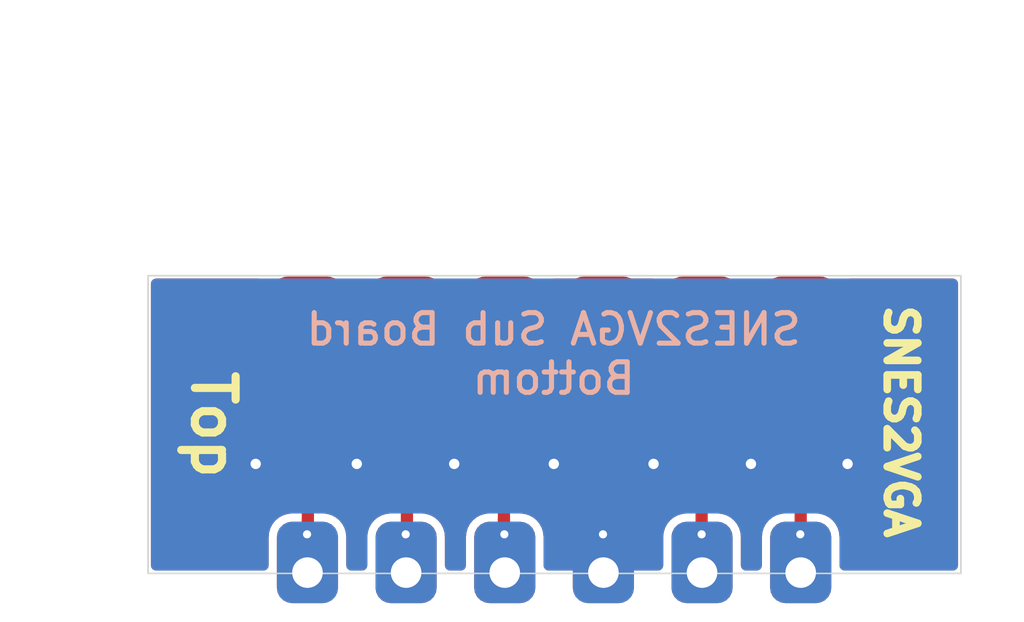
<source format=kicad_pcb>
(kicad_pcb (version 20171130) (host pcbnew "(5.1.8-0-10_14)")

  (general
    (thickness 1.6002)
    (drawings 7)
    (tracks 12)
    (zones 0)
    (modules 1)
    (nets 7)
  )

  (page USLetter)
  (title_block
    (rev 1)
  )

  (layers
    (0 Front signal)
    (31 Back signal)
    (32 B.Adhes user)
    (34 B.Paste user)
    (35 F.Paste user)
    (36 B.SilkS user)
    (37 F.SilkS user)
    (38 B.Mask user)
    (39 F.Mask user)
    (40 Dwgs.User user hide)
    (41 Cmts.User user)
    (42 Eco1.User user)
    (43 Eco2.User user)
    (44 Edge.Cuts user)
    (45 Margin user)
    (46 B.CrtYd user)
    (47 F.CrtYd user)
    (48 B.Fab user)
    (49 F.Fab user)
  )

  (setup
    (last_trace_width 0.25)
    (user_trace_width 0.254)
    (user_trace_width 0.508)
    (user_trace_width 0.762)
    (trace_clearance 0.2)
    (zone_clearance 0.0508)
    (zone_45_only no)
    (trace_min 0.1524)
    (via_size 0.7)
    (via_drill 0.3)
    (via_min_size 0.508)
    (via_min_drill 0.254)
    (user_via 0.6858 0.3302)
    (user_via 0.889 0.381)
    (uvia_size 0.6858)
    (uvia_drill 0.254)
    (uvias_allowed no)
    (uvia_min_size 0)
    (uvia_min_drill 0)
    (edge_width 0.0381)
    (segment_width 0.254)
    (pcb_text_width 0.3048)
    (pcb_text_size 1.524 1.524)
    (mod_edge_width 0.127)
    (mod_text_size 0.762 0.762)
    (mod_text_width 0.127)
    (pad_size 0.4 0.4)
    (pad_drill 0.2)
    (pad_to_mask_clearance 0.0508)
    (aux_axis_origin 0 0)
    (grid_origin 142.80134 110.41888)
    (visible_elements FFFFFF7F)
    (pcbplotparams
      (layerselection 0x010fc_ffffffff)
      (usegerberextensions false)
      (usegerberattributes false)
      (usegerberadvancedattributes false)
      (creategerberjobfile false)
      (excludeedgelayer true)
      (linewidth 0.152400)
      (plotframeref false)
      (viasonmask false)
      (mode 1)
      (useauxorigin false)
      (hpglpennumber 1)
      (hpglpenspeed 20)
      (hpglpendiameter 15.000000)
      (psnegative false)
      (psa4output false)
      (plotreference true)
      (plotvalue false)
      (plotinvisibletext false)
      (padsonsilk false)
      (subtractmaskfromsilk true)
      (outputformat 1)
      (mirror false)
      (drillshape 0)
      (scaleselection 1)
      (outputdirectory "./gerbers"))
  )

  (net 0 "")
  (net 1 /Red_SNES)
  (net 2 /CSYNC_SNES)
  (net 3 /GND_SNES)
  (net 4 /Luma_SNES)
  (net 5 /CVBS_SNES)
  (net 6 /Audio_L_SNES)

  (net_class Default "This is the default net class."
    (clearance 0.2)
    (trace_width 0.25)
    (via_dia 0.7)
    (via_drill 0.3)
    (uvia_dia 0.6858)
    (uvia_drill 0.254)
    (diff_pair_width 0.1524)
    (diff_pair_gap 0.1524)
  )

  (net_class Track ""
    (clearance 0.2)
    (trace_width 0.25)
    (via_dia 0.7)
    (via_drill 0.3)
    (uvia_dia 0.6858)
    (uvia_drill 0.254)
    (diff_pair_width 0.1524)
    (diff_pair_gap 0.1524)
    (add_net /Audio_L_SNES)
    (add_net /CSYNC_SNES)
    (add_net /CVBS_SNES)
    (add_net /GND_SNES)
    (add_net /Luma_SNES)
    (add_net /Red_SNES)
  )

  (module SNES2VGA_Library:AV_Multi_Sub (layer Front) (tedit 61271508) (tstamp 6104DA01)
    (at 135.41134 111.77888)
    (path /61061002)
    (fp_text reference P1 (at -8.79 -2.59) (layer F.Fab)
      (effects (font (size 1 1) (thickness 0.15)))
    )
    (fp_text value AVMulti_SUB (at -8.92 -5.94) (layer F.Fab)
      (effects (font (size 1 1) (thickness 0.15)))
    )
    (fp_poly (pts (xy 9.948771 7.274438) (xy -9.948237 7.274438) (xy -9.948237 0.005562) (xy 9.948771 0.005562)
      (xy 9.948771 7.274438)) (layer Eco1.User) (width 0.01))
    (fp_line (start -10.83 7) (end 10.63 7) (layer Dwgs.User) (width 0.12))
    (pad 101 thru_hole circle (at 6.04 6.33) (size 0.4 0.4) (drill 0.2) (layers *.Cu *.Mask)
      (net 1 /Red_SNES) (zone_connect 2))
    (pad 103 thru_hole circle (at 3.62 6.33) (size 0.4 0.4) (drill 0.2) (layers *.Cu *.Mask)
      (net 2 /CSYNC_SNES) (zone_connect 2))
    (pad 105 thru_hole circle (at 1.2 6.33) (size 0.4 0.4) (drill 0.2) (layers *.Cu *.Mask)
      (net 3 /GND_SNES) (zone_connect 2))
    (pad 107 thru_hole circle (at -1.22 6.33) (size 0.4 0.4) (drill 0.2) (layers *.Cu *.Mask)
      (net 4 /Luma_SNES) (zone_connect 2))
    (pad 109 thru_hole circle (at -3.64 6.33) (size 0.4 0.4) (drill 0.2) (layers *.Cu *.Mask)
      (net 5 /CVBS_SNES) (zone_connect 2))
    (pad 101 thru_hole roundrect (at 6.05 7.27) (size 1.5 2) (drill 0.75 (offset 0 -0.25)) (layers *.Cu *.Mask) (roundrect_rratio 0.25)
      (net 1 /Red_SNES) (zone_connect 2))
    (pad 103 thru_hole roundrect (at 3.63 7.27) (size 1.5 2) (drill 0.75 (offset 0 -0.25)) (layers *.Cu *.Mask) (roundrect_rratio 0.25)
      (net 2 /CSYNC_SNES) (zone_connect 2))
    (pad 105 thru_hole roundrect (at 1.21 7.27) (size 1.5 2) (drill 0.75 (offset 0 -0.25)) (layers *.Cu *.Mask) (roundrect_rratio 0.25)
      (net 3 /GND_SNES) (zone_connect 2))
    (pad 107 thru_hole roundrect (at -1.21 7.27) (size 1.5 2) (drill 0.75 (offset 0 -0.25)) (layers *.Cu *.Mask) (roundrect_rratio 0.25)
      (net 4 /Luma_SNES) (zone_connect 2))
    (pad 109 thru_hole roundrect (at -3.63 7.27) (size 1.5 2) (drill 0.75 (offset 0 -0.25)) (layers *.Cu *.Mask) (roundrect_rratio 0.25)
      (net 5 /CVBS_SNES) (zone_connect 2))
    (pad 1 connect roundrect (at 6.05 1.6) (size 1.9 3.2) (layers Front F.Mask) (roundrect_rratio 0.25)
      (net 1 /Red_SNES) (zone_connect 2))
    (pad 3 connect roundrect (at 3.63 1.6) (size 1.9 3.2) (layers Front F.Mask) (roundrect_rratio 0.25)
      (net 2 /CSYNC_SNES) (zone_connect 2))
    (pad 5 connect roundrect (at 1.21 1.6) (size 1.9 3.2) (layers Front F.Mask) (roundrect_rratio 0.25)
      (net 3 /GND_SNES) (zone_connect 2))
    (pad 7 connect roundrect (at -1.21 1.6) (size 1.9 3.2) (layers Front F.Mask) (roundrect_rratio 0.25)
      (net 4 /Luma_SNES) (zone_connect 2))
    (pad 9 connect roundrect (at -3.63 1.6) (size 1.9 3.2) (layers Front F.Mask) (roundrect_rratio 0.25)
      (net 5 /CVBS_SNES) (zone_connect 2))
    (pad 111 thru_hole circle (at -6.06 6.33) (size 0.4 0.4) (drill 0.2) (layers *.Cu *.Mask)
      (net 6 /Audio_L_SNES) (zone_connect 2))
    (pad 111 thru_hole roundrect (at -6.05 7.27) (size 1.5 2) (drill 0.75 (offset 0 -0.25)) (layers *.Cu *.Mask) (roundrect_rratio 0.25)
      (net 6 /Audio_L_SNES) (zone_connect 2))
    (pad 11 connect roundrect (at -6.05 1.6) (size 1.9 3.2) (layers Front F.Mask) (roundrect_rratio 0.25)
      (net 6 /Audio_L_SNES) (zone_connect 2))
  )

  (gr_text SNES2VGA (at 143.92134 115.33888 270) (layer F.SilkS)
    (effects (font (size 0.75 0.75) (thickness 0.1875)))
  )
  (gr_text Top (at 127.05134 115.41888 270) (layer F.SilkS)
    (effects (font (size 1 1) (thickness 0.2)))
  )
  (gr_text "SNES2VGA Sub Board\nBottom" (at 135.40134 113.67888) (layer B.SilkS)
    (effects (font (size 0.75 0.75) (thickness 0.125)) (justify mirror))
  )
  (gr_line (start 125.45134 119.06888) (end 125.45134 111.75888) (layer Edge.Cuts) (width 0.0381) (tstamp 612714F8))
  (gr_line (start 145.39134 119.06888) (end 125.45134 119.06888) (layer Edge.Cuts) (width 0.0381))
  (gr_line (start 145.39134 111.75888) (end 145.39134 119.06888) (layer Edge.Cuts) (width 0.0381))
  (gr_line (start 125.45134 111.75888) (end 145.39134 111.75888) (layer Edge.Cuts) (width 0.0381))

  (segment (start 141.46134 113.78702) (end 141.46134 117.90888) (width 0.3) (layer Front) (net 1))
  (segment (start 139.03134 113.7557) (end 139.03134 117.86888) (width 0.3) (layer Front) (net 2))
  (via (at 128.09134 116.38002) (size 0.508) (drill 0.254) (layers Front Back) (net 3))
  (via (at 130.57134 116.38002) (size 0.508) (drill 0.254) (layers Front Back) (net 3))
  (via (at 132.96134 116.38002) (size 0.508) (drill 0.254) (layers Front Back) (net 3))
  (via (at 135.40486 116.38002) (size 0.508) (drill 0.254) (layers Front Back) (net 3))
  (via (at 137.85134 116.38002) (size 0.508) (drill 0.254) (layers Front Back) (net 3))
  (via (at 140.24134 116.38002) (size 0.508) (drill 0.254) (layers Front Back) (net 3))
  (via (at 142.61134 116.38002) (size 0.508) (drill 0.254) (layers Front Back) (net 3))
  (segment (start 134.18134 118.03888) (end 134.18134 113.5714) (width 0.3) (layer Front) (net 4))
  (segment (start 131.80134 117.90636) (end 131.80134 113.44888) (width 0.3) (layer Front) (net 5))
  (segment (start 129.37134 113.91702) (end 129.37134 118.11888) (width 0.3) (layer Front) (net 6))

  (zone (net 3) (net_name /GND_SNES) (layer Front) (tstamp 6106E3E5) (hatch edge 0.508)
    (connect_pads (clearance 0.0508))
    (min_thickness 0.254)
    (fill yes (arc_segments 32) (thermal_gap 0.508) (thermal_bridge_width 0.508))
    (polygon
      (pts
        (xy 146.28134 119.51957) (xy 123.913975 119.687513) (xy 123.988705 110.452852) (xy 146.35607 110.284909)
      )
    )
    (filled_polygon
      (pts
        (xy 128.098199 112.097109) (xy 128.082758 112.25388) (xy 128.082758 114.50388) (xy 128.098199 114.660651) (xy 128.143927 114.811398)
        (xy 128.218186 114.950326) (xy 128.318122 115.072098) (xy 128.439894 115.172034) (xy 128.578822 115.246293) (xy 128.729569 115.292021)
        (xy 128.88634 115.307462) (xy 128.89434 115.307462) (xy 128.894341 117.479359) (xy 128.849078 117.483817) (xy 128.717091 117.523855)
        (xy 128.595451 117.588873) (xy 128.488832 117.676372) (xy 128.401333 117.782991) (xy 128.336315 117.904631) (xy 128.296277 118.036618)
        (xy 128.282758 118.17388) (xy 128.282758 118.87203) (xy 125.64819 118.87203) (xy 125.64819 111.95573) (xy 128.141085 111.95573)
      )
    )
    (filled_polygon
      (pts
        (xy 130.638186 114.950326) (xy 130.738122 115.072098) (xy 130.859894 115.172034) (xy 130.998822 115.246293) (xy 131.149569 115.292021)
        (xy 131.30634 115.307462) (xy 131.324341 115.307462) (xy 131.32434 117.478374) (xy 131.269078 117.483817) (xy 131.137091 117.523855)
        (xy 131.015451 117.588873) (xy 130.908832 117.676372) (xy 130.821333 117.782991) (xy 130.756315 117.904631) (xy 130.716277 118.036618)
        (xy 130.702758 118.17388) (xy 130.702758 118.87203) (xy 130.439922 118.87203) (xy 130.439922 118.17388) (xy 130.426403 118.036618)
        (xy 130.386365 117.904631) (xy 130.321347 117.782991) (xy 130.233848 117.676372) (xy 130.127229 117.588873) (xy 130.005589 117.523855)
        (xy 129.873602 117.483817) (xy 129.84834 117.481329) (xy 129.84834 115.30628) (xy 129.993111 115.292021) (xy 130.143858 115.246293)
        (xy 130.282786 115.172034) (xy 130.404558 115.072098) (xy 130.504494 114.950326) (xy 130.57134 114.825267)
      )
    )
    (filled_polygon
      (pts
        (xy 133.058186 114.950326) (xy 133.158122 115.072098) (xy 133.279894 115.172034) (xy 133.418822 115.246293) (xy 133.569569 115.292021)
        (xy 133.704341 115.305295) (xy 133.70434 117.482314) (xy 133.689078 117.483817) (xy 133.557091 117.523855) (xy 133.435451 117.588873)
        (xy 133.328832 117.676372) (xy 133.241333 117.782991) (xy 133.176315 117.904631) (xy 133.136277 118.036618) (xy 133.122758 118.17388)
        (xy 133.122758 118.87203) (xy 132.859922 118.87203) (xy 132.859922 118.17388) (xy 132.846403 118.036618) (xy 132.806365 117.904631)
        (xy 132.741347 117.782991) (xy 132.653848 117.676372) (xy 132.547229 117.588873) (xy 132.425589 117.523855) (xy 132.293602 117.483817)
        (xy 132.27834 117.482314) (xy 132.27834 115.305295) (xy 132.413111 115.292021) (xy 132.563858 115.246293) (xy 132.702786 115.172034)
        (xy 132.824558 115.072098) (xy 132.924494 114.950326) (xy 132.99134 114.825267)
      )
    )
    (filled_polygon
      (pts
        (xy 137.778199 112.097109) (xy 137.762758 112.25388) (xy 137.762758 114.50388) (xy 137.778199 114.660651) (xy 137.823927 114.811398)
        (xy 137.898186 114.950326) (xy 137.998122 115.072098) (xy 138.119894 115.172034) (xy 138.258822 115.246293) (xy 138.409569 115.292021)
        (xy 138.55434 115.30628) (xy 138.554341 117.481329) (xy 138.529078 117.483817) (xy 138.397091 117.523855) (xy 138.275451 117.588873)
        (xy 138.168832 117.676372) (xy 138.081333 117.782991) (xy 138.016315 117.904631) (xy 137.976277 118.036618) (xy 137.962758 118.17388)
        (xy 137.962758 118.87203) (xy 135.279922 118.87203) (xy 135.279922 118.17388) (xy 135.266403 118.036618) (xy 135.226365 117.904631)
        (xy 135.161347 117.782991) (xy 135.073848 117.676372) (xy 134.967229 117.588873) (xy 134.845589 117.523855) (xy 134.713602 117.483817)
        (xy 134.65834 117.478374) (xy 134.65834 115.307462) (xy 134.67634 115.307462) (xy 134.833111 115.292021) (xy 134.983858 115.246293)
        (xy 135.122786 115.172034) (xy 135.244558 115.072098) (xy 135.344494 114.950326) (xy 135.418753 114.811398) (xy 135.464481 114.660651)
        (xy 135.479922 114.50388) (xy 135.479922 112.25388) (xy 135.464481 112.097109) (xy 135.421595 111.95573) (xy 137.821085 111.95573)
      )
    )
    (filled_polygon
      (pts
        (xy 140.318186 114.950326) (xy 140.418122 115.072098) (xy 140.539894 115.172034) (xy 140.678822 115.246293) (xy 140.829569 115.292021)
        (xy 140.98434 115.307265) (xy 140.984341 117.480344) (xy 140.949078 117.483817) (xy 140.817091 117.523855) (xy 140.695451 117.588873)
        (xy 140.588832 117.676372) (xy 140.501333 117.782991) (xy 140.436315 117.904631) (xy 140.396277 118.036618) (xy 140.382758 118.17388)
        (xy 140.382758 118.87203) (xy 140.119922 118.87203) (xy 140.119922 118.17388) (xy 140.106403 118.036618) (xy 140.066365 117.904631)
        (xy 140.001347 117.782991) (xy 139.913848 117.676372) (xy 139.807229 117.588873) (xy 139.685589 117.523855) (xy 139.553602 117.483817)
        (xy 139.50834 117.479359) (xy 139.50834 115.307462) (xy 139.51634 115.307462) (xy 139.673111 115.292021) (xy 139.823858 115.246293)
        (xy 139.962786 115.172034) (xy 140.084558 115.072098) (xy 140.184494 114.950326) (xy 140.25134 114.825267)
      )
    )
    (filled_polygon
      (pts
        (xy 145.194491 118.87203) (xy 142.539922 118.87203) (xy 142.539922 118.17388) (xy 142.526403 118.036618) (xy 142.486365 117.904631)
        (xy 142.421347 117.782991) (xy 142.333848 117.676372) (xy 142.227229 117.588873) (xy 142.105589 117.523855) (xy 141.973602 117.483817)
        (xy 141.93834 117.480344) (xy 141.93834 115.307265) (xy 142.093111 115.292021) (xy 142.243858 115.246293) (xy 142.382786 115.172034)
        (xy 142.504558 115.072098) (xy 142.604494 114.950326) (xy 142.678753 114.811398) (xy 142.724481 114.660651) (xy 142.739922 114.50388)
        (xy 142.739922 112.25388) (xy 142.724481 112.097109) (xy 142.681595 111.95573) (xy 145.19449 111.95573)
      )
    )
  )
  (zone (net 3) (net_name /GND_SNES) (layer Back) (tstamp 6106E3E2) (hatch edge 0.508)
    (connect_pads (clearance 0.0508))
    (min_thickness 0.254)
    (fill yes (arc_segments 32) (thermal_gap 0.508) (thermal_bridge_width 0.508))
    (polygon
      (pts
        (xy 146.95134 120.27901) (xy 124.74134 120.24901) (xy 124.68634 111.00388) (xy 146.89634 111.03388)
      )
    )
    (filled_polygon
      (pts
        (xy 145.194491 118.87203) (xy 142.539922 118.87203) (xy 142.539922 118.17388) (xy 142.526403 118.036618) (xy 142.486365 117.904631)
        (xy 142.421347 117.782991) (xy 142.333848 117.676372) (xy 142.227229 117.588873) (xy 142.105589 117.523855) (xy 141.973602 117.483817)
        (xy 141.83634 117.470298) (xy 141.08634 117.470298) (xy 140.949078 117.483817) (xy 140.817091 117.523855) (xy 140.695451 117.588873)
        (xy 140.588832 117.676372) (xy 140.501333 117.782991) (xy 140.436315 117.904631) (xy 140.396277 118.036618) (xy 140.382758 118.17388)
        (xy 140.382758 118.87203) (xy 140.119922 118.87203) (xy 140.119922 118.17388) (xy 140.106403 118.036618) (xy 140.066365 117.904631)
        (xy 140.001347 117.782991) (xy 139.913848 117.676372) (xy 139.807229 117.588873) (xy 139.685589 117.523855) (xy 139.553602 117.483817)
        (xy 139.41634 117.470298) (xy 138.66634 117.470298) (xy 138.529078 117.483817) (xy 138.397091 117.523855) (xy 138.275451 117.588873)
        (xy 138.168832 117.676372) (xy 138.081333 117.782991) (xy 138.016315 117.904631) (xy 137.976277 118.036618) (xy 137.962758 118.17388)
        (xy 137.962758 118.87203) (xy 135.279922 118.87203) (xy 135.279922 118.17388) (xy 135.266403 118.036618) (xy 135.226365 117.904631)
        (xy 135.161347 117.782991) (xy 135.073848 117.676372) (xy 134.967229 117.588873) (xy 134.845589 117.523855) (xy 134.713602 117.483817)
        (xy 134.57634 117.470298) (xy 133.82634 117.470298) (xy 133.689078 117.483817) (xy 133.557091 117.523855) (xy 133.435451 117.588873)
        (xy 133.328832 117.676372) (xy 133.241333 117.782991) (xy 133.176315 117.904631) (xy 133.136277 118.036618) (xy 133.122758 118.17388)
        (xy 133.122758 118.87203) (xy 132.859922 118.87203) (xy 132.859922 118.17388) (xy 132.846403 118.036618) (xy 132.806365 117.904631)
        (xy 132.741347 117.782991) (xy 132.653848 117.676372) (xy 132.547229 117.588873) (xy 132.425589 117.523855) (xy 132.293602 117.483817)
        (xy 132.15634 117.470298) (xy 131.40634 117.470298) (xy 131.269078 117.483817) (xy 131.137091 117.523855) (xy 131.015451 117.588873)
        (xy 130.908832 117.676372) (xy 130.821333 117.782991) (xy 130.756315 117.904631) (xy 130.716277 118.036618) (xy 130.702758 118.17388)
        (xy 130.702758 118.87203) (xy 130.439922 118.87203) (xy 130.439922 118.17388) (xy 130.426403 118.036618) (xy 130.386365 117.904631)
        (xy 130.321347 117.782991) (xy 130.233848 117.676372) (xy 130.127229 117.588873) (xy 130.005589 117.523855) (xy 129.873602 117.483817)
        (xy 129.73634 117.470298) (xy 128.98634 117.470298) (xy 128.849078 117.483817) (xy 128.717091 117.523855) (xy 128.595451 117.588873)
        (xy 128.488832 117.676372) (xy 128.401333 117.782991) (xy 128.336315 117.904631) (xy 128.296277 118.036618) (xy 128.282758 118.17388)
        (xy 128.282758 118.87203) (xy 125.64819 118.87203) (xy 125.64819 111.95573) (xy 145.19449 111.95573)
      )
    )
  )
  (zone (net 4) (net_name /Luma_SNES) (layer Front) (tstamp 0) (hatch edge 0.508)
    (priority 16962)
    (connect_pads yes (clearance 0.2))
    (min_thickness 0.0254)
    (fill yes (arc_segments 32) (thermal_gap 0.508) (thermal_bridge_width 0.508))
    (polygon
      (pts
        (xy 134.03134 117.70888) (xy 134.031685 117.754709) (xy 134.03246 117.795782) (xy 134.033274 117.832745) (xy 134.033735 117.866247)
        (xy 134.033454 117.896933) (xy 134.032038 117.925453) (xy 134.029097 117.952451) (xy 134.024239 117.978577) (xy 134.017075 118.004478)
        (xy 134.007212 118.0308) (xy 134.196333 118.208755) (xy 134.366761 118.012823) (xy 134.355055 117.988877) (xy 134.346146 117.964981)
        (xy 134.339666 117.940579) (xy 134.335245 117.915115) (xy 134.332516 117.888032) (xy 134.33111 117.858774) (xy 134.330657 117.826786)
        (xy 134.330791 117.791512) (xy 134.331141 117.752395) (xy 134.33134 117.70888)
      )
    )
    (filled_polygon
      (pts
        (xy 134.318441 117.752337) (xy 134.318092 117.791398) (xy 134.318091 117.791464) (xy 134.317957 117.826738) (xy 134.317958 117.826966)
        (xy 134.318411 117.858954) (xy 134.318425 117.859384) (xy 134.319831 117.888642) (xy 134.31988 117.889305) (xy 134.322609 117.916388)
        (xy 134.322732 117.917287) (xy 134.327153 117.942751) (xy 134.327391 117.943839) (xy 134.333871 117.968241) (xy 134.334246 117.969418)
        (xy 134.343155 117.993314) (xy 134.343645 117.994455) (xy 134.351654 118.010839) (xy 134.195418 118.190456) (xy 134.02207 118.027343)
        (xy 134.028968 118.008934) (xy 134.029315 118.007864) (xy 134.036479 117.981963) (xy 134.036725 117.980899) (xy 134.041583 117.954773)
        (xy 134.041722 117.953826) (xy 134.044663 117.926828) (xy 134.044722 117.926083) (xy 134.046138 117.897563) (xy 134.046153 117.897049)
        (xy 134.046434 117.866363) (xy 134.046434 117.866072) (xy 134.045973 117.83257) (xy 134.045971 117.832465) (xy 134.045157 117.795502)
        (xy 134.044385 117.75455) (xy 134.044136 117.72158) (xy 134.318582 117.72158)
      )
    )
  )
  (zone (net 6) (net_name /Audio_L_SNES) (layer Front) (tstamp 0) (hatch edge 0.508)
    (priority 16962)
    (connect_pads yes (clearance 0.2))
    (min_thickness 0.0254)
    (fill yes (arc_segments 32) (thermal_gap 0.508) (thermal_bridge_width 0.508))
    (polygon
      (pts
        (xy 129.22134 117.72888) (xy 129.221432 117.768211) (xy 129.221493 117.803633) (xy 129.2212 117.835613) (xy 129.22023 117.864618)
        (xy 129.218259 117.891115) (xy 129.214963 117.915573) (xy 129.210019 117.938459) (xy 129.203105 117.96024) (xy 129.193895 117.981383)
        (xy 129.182069 118.002358) (xy 129.340297 118.208268) (xy 129.539866 118.042113) (xy 129.53171 118.016016) (xy 129.525871 117.990524)
        (xy 129.522005 117.964975) (xy 129.519769 117.938706) (xy 129.518818 117.911055) (xy 129.51881 117.881359) (xy 129.519402 117.848956)
        (xy 129.520249 117.813183) (xy 129.52101 117.773379) (xy 129.52134 117.72888)
      )
    )
    (filled_polygon
      (pts
        (xy 129.508311 117.773212) (xy 129.507551 117.81294) (xy 129.507552 117.81294) (xy 129.506706 117.848655) (xy 129.506704 117.848724)
        (xy 129.506112 117.881127) (xy 129.50611 117.881362) (xy 129.506118 117.911058) (xy 129.506126 117.911492) (xy 129.507077 117.939143)
        (xy 129.507115 117.939783) (xy 129.509351 117.966052) (xy 129.509448 117.966875) (xy 129.513314 117.992424) (xy 129.513492 117.99336)
        (xy 129.519331 118.018852) (xy 129.519588 118.019804) (xy 129.525209 118.03779) (xy 129.34232 118.190058) (xy 129.197256 118.00128)
        (xy 129.204958 117.98762) (xy 129.205538 117.986455) (xy 129.214748 117.965312) (xy 129.21521 117.964082) (xy 129.222124 117.942301)
        (xy 129.222433 117.941141) (xy 129.227377 117.918255) (xy 129.227549 117.917269) (xy 129.230845 117.892811) (xy 129.230924 117.892057)
        (xy 129.232895 117.86556) (xy 129.232923 117.865042) (xy 129.233893 117.836037) (xy 129.233899 117.835729) (xy 129.234192 117.803749)
        (xy 129.234193 117.803611) (xy 129.234132 117.768189) (xy 129.234132 117.768181) (xy 129.23407 117.74158) (xy 129.508545 117.74158)
      )
    )
  )
)

</source>
